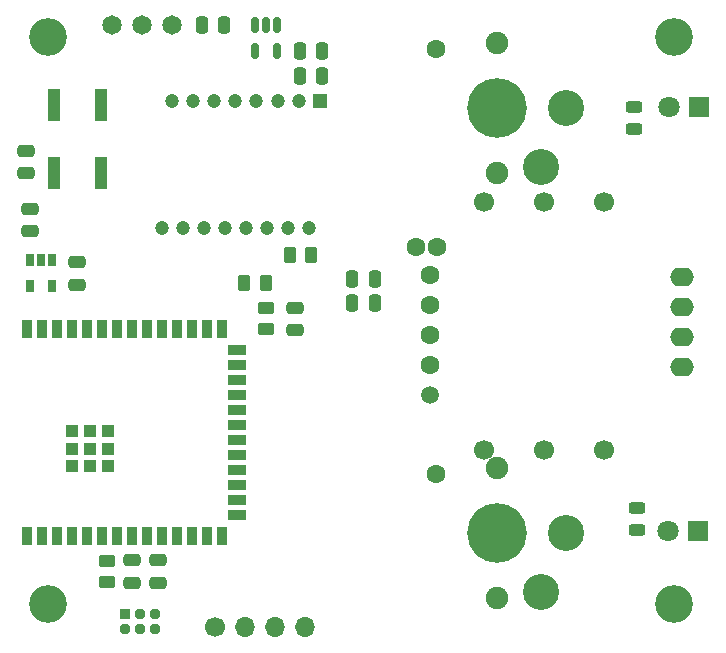
<source format=gts>
%TF.GenerationSoftware,KiCad,Pcbnew,8.0.7*%
%TF.CreationDate,2025-01-13T13:49:23+01:00*%
%TF.ProjectId,Trackball,54726163-6b62-4616-9c6c-2e6b69636164,rev?*%
%TF.SameCoordinates,Original*%
%TF.FileFunction,Soldermask,Top*%
%TF.FilePolarity,Negative*%
%FSLAX46Y46*%
G04 Gerber Fmt 4.6, Leading zero omitted, Abs format (unit mm)*
G04 Created by KiCad (PCBNEW 8.0.7) date 2025-01-13 13:49:23*
%MOMM*%
%LPD*%
G01*
G04 APERTURE LIST*
G04 Aperture macros list*
%AMRoundRect*
0 Rectangle with rounded corners*
0 $1 Rounding radius*
0 $2 $3 $4 $5 $6 $7 $8 $9 X,Y pos of 4 corners*
0 Add a 4 corners polygon primitive as box body*
4,1,4,$2,$3,$4,$5,$6,$7,$8,$9,$2,$3,0*
0 Add four circle primitives for the rounded corners*
1,1,$1+$1,$2,$3*
1,1,$1+$1,$4,$5*
1,1,$1+$1,$6,$7*
1,1,$1+$1,$8,$9*
0 Add four rect primitives between the rounded corners*
20,1,$1+$1,$2,$3,$4,$5,0*
20,1,$1+$1,$4,$5,$6,$7,0*
20,1,$1+$1,$6,$7,$8,$9,0*
20,1,$1+$1,$8,$9,$2,$3,0*%
G04 Aperture macros list end*
%ADD10O,2.000000X1.600000*%
%ADD11RoundRect,0.243750X0.456250X-0.243750X0.456250X0.243750X-0.456250X0.243750X-0.456250X-0.243750X0*%
%ADD12R,1.800000X1.800000*%
%ADD13C,1.800000*%
%ADD14RoundRect,0.243750X-0.456250X0.243750X-0.456250X-0.243750X0.456250X-0.243750X0.456250X0.243750X0*%
%ADD15C,1.700000*%
%ADD16O,1.700000X1.700000*%
%ADD17C,3.200000*%
%ADD18R,0.650000X1.060000*%
%ADD19R,1.000000X1.000000*%
%ADD20R,0.900000X1.500000*%
%ADD21R,1.500000X0.900000*%
%ADD22RoundRect,0.250000X-0.250000X-0.475000X0.250000X-0.475000X0.250000X0.475000X-0.250000X0.475000X0*%
%ADD23C,1.900000*%
%ADD24C,3.050000*%
%ADD25C,5.050000*%
%ADD26C,1.600000*%
%ADD27R,1.000000X2.800000*%
%ADD28C,1.500000*%
%ADD29RoundRect,0.250000X0.475000X-0.250000X0.475000X0.250000X-0.475000X0.250000X-0.475000X-0.250000X0*%
%ADD30R,0.950000X0.950000*%
%ADD31C,0.950000*%
%ADD32RoundRect,0.250000X0.262500X0.450000X-0.262500X0.450000X-0.262500X-0.450000X0.262500X-0.450000X0*%
%ADD33RoundRect,0.250000X0.450000X-0.262500X0.450000X0.262500X-0.450000X0.262500X-0.450000X-0.262500X0*%
%ADD34RoundRect,0.250000X0.250000X0.475000X-0.250000X0.475000X-0.250000X-0.475000X0.250000X-0.475000X0*%
%ADD35RoundRect,0.150000X-0.150000X0.512500X-0.150000X-0.512500X0.150000X-0.512500X0.150000X0.512500X0*%
%ADD36RoundRect,0.250000X-0.450000X0.262500X-0.450000X-0.262500X0.450000X-0.262500X0.450000X0.262500X0*%
%ADD37RoundRect,0.250000X-0.475000X0.250000X-0.475000X-0.250000X0.475000X-0.250000X0.475000X0.250000X0*%
%ADD38C,1.651000*%
%ADD39C,1.200000*%
%ADD40R,1.200000X1.200000*%
G04 APERTURE END LIST*
D10*
X149200000Y-44300000D03*
X149200000Y-46840000D03*
X149200000Y-51920000D03*
X149200000Y-49380000D03*
D11*
X145400000Y-65787500D03*
X145400000Y-63912500D03*
D12*
X150520000Y-65800000D03*
D13*
X147980000Y-65800000D03*
D14*
X145150000Y-29912500D03*
X145150000Y-31787500D03*
D12*
X150620000Y-29950000D03*
D13*
X148080000Y-29950000D03*
D15*
X142580000Y-59000000D03*
X137500000Y-59000000D03*
X132420000Y-59000000D03*
X142580000Y-38000000D03*
X137500000Y-38000000D03*
X132420000Y-38000000D03*
X109700000Y-74000000D03*
D16*
X112240000Y-74000000D03*
X114780000Y-74000000D03*
X117320000Y-74000000D03*
D17*
X148500000Y-72000000D03*
D18*
X95900000Y-42900000D03*
X94950000Y-42900000D03*
X94000000Y-42900000D03*
X94000000Y-45100000D03*
X95900000Y-45100000D03*
D17*
X148500000Y-24000000D03*
X95500000Y-72000000D03*
X95500000Y-24000000D03*
D19*
X100590000Y-57360000D03*
X99090000Y-57360000D03*
X97590000Y-57360000D03*
X100590000Y-58860000D03*
X99090000Y-58860000D03*
X97590000Y-58860000D03*
X97590000Y-58860000D03*
X100590000Y-60360000D03*
X99090000Y-60360000D03*
X99090000Y-60360000D03*
X97590000Y-60360000D03*
D20*
X93740000Y-48750000D03*
X95010000Y-48750000D03*
X96280000Y-48750000D03*
X97550000Y-48750000D03*
X98820000Y-48750000D03*
X100090000Y-48750000D03*
X101360000Y-48750000D03*
X102630000Y-48750000D03*
X103900000Y-48750000D03*
X105170000Y-48750000D03*
X106440000Y-48750000D03*
X107710000Y-48750000D03*
X108980000Y-48750000D03*
X110250000Y-48750000D03*
D21*
X111500000Y-50515000D03*
X111500000Y-51785000D03*
X111500000Y-53055000D03*
X111500000Y-54325000D03*
X111500000Y-55595000D03*
X111500000Y-56865000D03*
X111500000Y-58135000D03*
X111500000Y-59405000D03*
X111500000Y-60675000D03*
X111500000Y-61945000D03*
X111500000Y-63215000D03*
X111500000Y-64485000D03*
D20*
X110250000Y-66250000D03*
X108980000Y-66250000D03*
X107710000Y-66250000D03*
X106440000Y-66250000D03*
X105170000Y-66250000D03*
X103900000Y-66250000D03*
X102630000Y-66250000D03*
X101360000Y-66250000D03*
X100090000Y-66250000D03*
X98820000Y-66250000D03*
X97550000Y-66250000D03*
X96280000Y-66250000D03*
X95010000Y-66250000D03*
X93740000Y-66250000D03*
D22*
X116850000Y-27300000D03*
X118750000Y-27300000D03*
D23*
X133500000Y-35500000D03*
D24*
X137300000Y-35000000D03*
D25*
X133500000Y-30000000D03*
D24*
X139400000Y-30000000D03*
D26*
X128350000Y-25000000D03*
D23*
X133500000Y-24500000D03*
D27*
X96050000Y-35550000D03*
X96050000Y-29750000D03*
X100050000Y-35550000D03*
X100050000Y-29750000D03*
D28*
X127875000Y-54300000D03*
D26*
X127875000Y-44190000D03*
X127875000Y-46730000D03*
X127875000Y-49270000D03*
X127875000Y-51810000D03*
X126650000Y-41800000D03*
X128500000Y-41800000D03*
D29*
X98000000Y-45000000D03*
X98000000Y-43100000D03*
D30*
X102050000Y-72900000D03*
D31*
X103300000Y-72900000D03*
X104550000Y-72900000D03*
X102050000Y-74150000D03*
X103300000Y-74150000D03*
X104550000Y-74150000D03*
D29*
X104800000Y-70200000D03*
X104800000Y-68300000D03*
D32*
X113962500Y-44850000D03*
X112137500Y-44850000D03*
D33*
X100550000Y-70162500D03*
X100550000Y-68337500D03*
D34*
X110450000Y-23000000D03*
X108550000Y-23000000D03*
D35*
X114912500Y-22962500D03*
X113962500Y-22962500D03*
X113012500Y-22962500D03*
X113012500Y-25237500D03*
X114912500Y-25237500D03*
D36*
X113950000Y-46937500D03*
X113950000Y-48762500D03*
D34*
X123200000Y-44500000D03*
X121300000Y-44500000D03*
D22*
X116850000Y-25200000D03*
X118750000Y-25200000D03*
D29*
X94000000Y-40450000D03*
X94000000Y-38550000D03*
D37*
X93650000Y-33650000D03*
X93650000Y-35550000D03*
X102650000Y-68300000D03*
X102650000Y-70200000D03*
D22*
X121300000Y-46500000D03*
X123200000Y-46500000D03*
D32*
X117812500Y-42450000D03*
X115987500Y-42450000D03*
D29*
X116450000Y-48837500D03*
X116450000Y-46937500D03*
D23*
X133500000Y-71500000D03*
D24*
X137300000Y-71000000D03*
D25*
X133500000Y-66000000D03*
D24*
X139400000Y-66000000D03*
D26*
X128350000Y-61000000D03*
D23*
X133500000Y-60500000D03*
D38*
X106040000Y-23000000D03*
X103500000Y-23000000D03*
X100960000Y-23000000D03*
D39*
X117625000Y-40150000D03*
X115845000Y-40150000D03*
X114065000Y-40150000D03*
X112285000Y-40150000D03*
X110505000Y-40150000D03*
X108725000Y-40150000D03*
X106945000Y-40150000D03*
X105165000Y-40150000D03*
X106055000Y-29450000D03*
X107835000Y-29450000D03*
X109615000Y-29450000D03*
X111395000Y-29450000D03*
X113175000Y-29450000D03*
X114955000Y-29450000D03*
X116735000Y-29450000D03*
D40*
X118515000Y-29450000D03*
M02*

</source>
